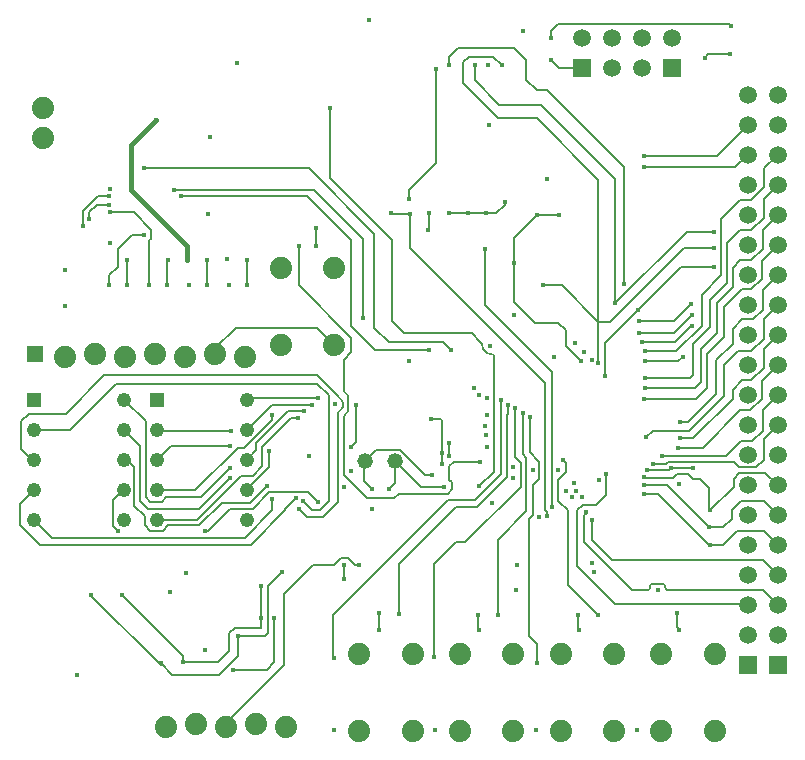
<source format=gbr>
%TF.GenerationSoftware,Novarm,DipTrace,3.2.0.1*%
%TF.CreationDate,2017-11-16T22:50:53-08:00*%
%FSLAX26Y26*%
%MOIN*%
%TF.FileFunction,Copper,L2,Inr*%
%TF.Part,Single*%
%AMOUTLINE6*
4,1,4,
0.026163,0.026163,
0.026205,-0.026121,
-0.026121,-0.026205,
-0.026163,0.026163,
0.026163,0.026163,
0*%
%TA.AperFunction,Conductor*%
%ADD14C,0.015748*%
%ADD18C,0.006*%
%TA.AperFunction,ComponentPad*%
%ADD24R,0.047992X0.047992*%
%ADD25C,0.048*%
%ADD30C,0.074*%
%ADD33C,0.052*%
%ADD41R,0.05937X0.05937*%
%ADD42C,0.05937*%
%ADD47R,0.059055X0.059055*%
%ADD48C,0.059055*%
%TA.AperFunction,ViaPad*%
%ADD49C,0.015*%
%TA.AperFunction,ComponentPad*%
%ADD106OUTLINE6*%
G75*
G01*
%LPD*%
X2500251Y1287749D2*
D18*
X2575251D1*
X2715875Y1147125D1*
X2762751D1*
X2790875Y1175249D1*
Y1203375D1*
X2822125Y1234625D1*
X2897125D1*
X2944000Y1187749D1*
X2162564Y1953375D2*
X2225156D1*
X2346920Y1831612D1*
Y2306562D1*
X2140692Y2512790D1*
X2012580D1*
X1896967Y2628403D1*
Y2697146D1*
X1915715Y2715894D1*
X1996957D1*
X2025079Y2687772D1*
X2731500Y2078375D2*
X2631180D1*
X2384416Y1831612D1*
X2346920D1*
Y1693795D2*
Y1831612D1*
X2497125Y1259625D2*
X2544000D1*
X2715875Y1087749D1*
X2719000D1*
X2762749D1*
X2809625Y1134625D1*
X2897125D1*
X2944000Y1087749D1*
X2731500Y2016034D2*
X2622285D1*
X2477881Y1871630D1*
X2369000Y1762749D1*
Y1650249D1*
X2431596Y1959529D2*
Y2346873D1*
X2175063Y2603406D1*
X2140692D1*
X2106320Y2637777D1*
Y2703395D1*
X2065699Y2744016D1*
X1878219D1*
X1850097Y2715894D1*
Y2687772D1*
X628375Y2150251D2*
Y2200251D1*
X678375Y2250251D1*
X715875D1*
X650249Y2175840D2*
Y2197123D1*
X675251Y2222125D1*
X715875D1*
X1790875Y1322125D2*
X1769000D1*
X1684625Y1406500D1*
X1606500D1*
X1569000Y1369000D1*
X1590752Y1275374D2*
X1565875Y1300251D1*
Y1365875D1*
X1569000Y1369000D1*
X850249Y1956501D2*
Y2103375D1*
X856500Y2109626D1*
Y2137749D1*
X797125Y2197125D1*
X719000D1*
X831500Y2122125D2*
X790874D1*
X744000Y2075251D1*
Y2015875D1*
X715875Y1987751D1*
Y1956501D1*
X931500Y2272125D2*
X1400251D1*
X1562751Y2109625D1*
Y1844000D1*
X1669000Y1369000D2*
Y1293999D1*
X1650251Y1275249D1*
X1831500Y1281500D2*
X1756500D1*
X1669000Y1369000D1*
X2189963Y2777475D2*
Y2802265D1*
X2212941Y2825243D1*
X2781751D1*
X2788001Y2818992D1*
X2784945Y2725251D2*
X2713012D1*
X2700492Y2712731D1*
X1365875Y1534625D2*
X1312749D1*
X1206500Y1428375D1*
Y1403374D1*
X1175251Y1372125D1*
X1344000Y1512749D2*
X1322125D1*
X1225251Y1415875D1*
Y1350251D1*
X1194000Y1319000D1*
X1156745D1*
X1009870Y1172125D1*
X875251D1*
X1259625Y1522125D2*
Y1506500D1*
X1165875Y1412751D1*
X1144235D1*
X1003609Y1272125D1*
X875251D1*
X1122125Y1469000D2*
X878375D1*
X875251Y1472125D1*
X1119076Y1418845D2*
X921971D1*
X875251Y1372125D1*
X1950251Y1284625D2*
X1997125Y1331499D1*
Y1722845D1*
G03X1986310Y1725466I-7556J-7555D01*
G01*
D3*
G02X1975496Y1728085I-3259J10176D01*
G01*
X1962060Y1741521D1*
G02X1959440Y1752336I7555J7556D01*
G01*
D3*
G03X1956820Y1763150I-10176J3259D01*
G01*
X1925970Y1794000D1*
X1700249D1*
X1659625Y1834625D1*
Y2106500D1*
X1453375Y2312749D1*
Y2544000D1*
X1128375Y672125D2*
X1240875D1*
X1265875Y697125D1*
Y844000D1*
X1522125Y1415875D2*
X1537751Y1431501D1*
Y1556500D1*
X1412751Y1578375D2*
X1175251D1*
Y1572125D1*
X1391761Y1556500D2*
X1259626D1*
X1175251Y1472125D1*
X1406500Y2144173D2*
Y2084731D1*
X908583Y1956501D2*
Y2033583D1*
X912751Y2037751D1*
X775251Y1956501D2*
Y2037749D1*
X1175249Y1956501D2*
Y2037749D1*
X1041916Y1956501D2*
Y2037751D1*
X1247125Y1400251D2*
Y1347125D1*
X1172125Y1272125D1*
X1175251D1*
X1119076Y1343837D2*
X1022364Y1247125D1*
X906500D1*
X890875Y1231500D1*
X853374D1*
X837749Y1247125D1*
Y1500251D1*
X765875Y1572125D1*
X1119076Y1312584D2*
X1016117Y1209625D1*
X844000D1*
X819000Y1234625D1*
Y1419000D1*
X765875Y1472125D1*
Y1372125D2*
X775249D1*
X800249Y1347125D1*
Y1219000D1*
X834625Y1184625D1*
Y1153375D1*
X853375Y1134625D1*
X894000D1*
X912751Y1153375D1*
X1015875D1*
X1090875Y1228375D1*
X1184626D1*
X1240875Y1284625D1*
X1259625Y1240875D2*
Y1203374D1*
X1169000Y1112749D1*
X525251D1*
X465875Y1172125D1*
X1337751Y1244000D2*
X1303375Y1209625D1*
Y1203374D1*
X1187751Y1087749D1*
X484626D1*
X419000Y1153375D1*
Y1225249D1*
X465875Y1272125D1*
X1362749Y1234626D2*
X1390875Y1206500D1*
X1419000D1*
X1447125Y1234625D1*
Y1587751D1*
X1409625Y1625251D1*
X737751D1*
X584625Y1472125D1*
X465875D1*
Y1372125D2*
X459625D1*
X422125Y1409625D1*
Y1500249D1*
X447125Y1525249D1*
X572123D1*
X700249Y1653375D1*
X1409625D1*
X1478375Y1584625D1*
G03X1486188Y1575125I9681J-1D01*
G01*
D3*
G02X1494000Y1565625I-1869J-9499D01*
G01*
Y1547249D1*
G02X1486188Y1537749I-9681J-1D01*
G01*
D3*
G03X1478375Y1528249I1866J-9497D01*
G01*
Y1231500D1*
X1428375Y1181500D1*
X1375249D1*
X1347125Y1209625D1*
X765875Y1272125D2*
X762751D1*
X728375Y1237749D1*
Y1150249D1*
X744000Y1134625D1*
X1034625D2*
X1044000D1*
X1119000Y1209625D1*
X1194000D1*
X1250251Y1265875D1*
X1378375D1*
X1412751Y1231500D1*
X2608320Y862749D2*
Y814055D1*
X2615875Y806500D1*
X2277071Y856500D2*
Y810929D1*
X2281500Y806500D1*
X1945822Y856500D2*
Y810929D1*
X1950251Y806500D1*
X1614571Y862749D2*
Y807804D1*
X1615875Y806500D1*
X1783311Y2194000D2*
Y2142685D1*
X1778375Y2137749D1*
X2306501Y1197125D2*
X2308063Y1195563D1*
X2300249Y1187749D1*
Y1097126D1*
X2459625Y937751D1*
X2509277D1*
G03X2518777Y947251I1J9499D01*
G01*
Y950328D1*
G02X2528277Y959828I9499J1D01*
G01*
X2559272D1*
G02X2568772Y950328I1J-9499D01*
G01*
Y947251D1*
G03X2578272Y937751I9499J-1D01*
G01*
X2893999D1*
X2944000Y887749D1*
X2325249Y1172125D2*
Y1103377D1*
X2390875Y1037751D1*
X2893999D1*
X2944000Y987749D1*
X2503375Y1700249D2*
X2612749D1*
X2628375Y1715875D1*
X2481500Y1834625D2*
X2600249D1*
X2656500Y1890875D1*
X2503375Y1734625D2*
X2606500D1*
X2690875Y1819000D1*
Y1922125D1*
X2756500Y1987749D1*
Y2175573D1*
X2818677Y2237751D1*
X2856500D1*
X2900249Y2281500D1*
Y2343999D1*
X2944000Y2387749D1*
X2190875Y1215875D2*
Y1665875D1*
X1969000Y1887751D1*
Y2075249D1*
X2490875Y1765875D2*
X2603375D1*
X2656500Y1819000D1*
X2659625D1*
X2481500Y1794000D2*
X2597125D1*
X2659625Y1856500D1*
X2503375Y1644000D2*
X2653374D1*
X2662749Y1653375D1*
Y1759625D1*
X2719000Y1815875D1*
Y1906499D1*
X2775251Y1962749D1*
Y2094000D1*
X2819000Y2137749D1*
X2856499D1*
X2897125Y2178375D1*
Y2240874D1*
X2944000Y2287749D1*
X2503375Y1612751D2*
X2669000D1*
X2687749Y1631500D1*
Y1740874D1*
X2740875Y1794000D1*
Y1894000D1*
X2794000Y1947125D1*
Y2012749D1*
X2819000Y2037749D1*
X2856499D1*
X2894000Y2075251D1*
Y2137749D1*
X2944000Y2187749D1*
X2497125Y1575249D2*
X2672123D1*
X2709625Y1612751D1*
Y1725249D1*
X2765875Y1781500D1*
Y1881501D1*
X2825249Y1940875D1*
X2856501D1*
X2890875Y1975249D1*
Y2034625D1*
X2944000Y2087749D1*
X2619000Y1497125D2*
X2644000D1*
X2737751Y1590875D1*
Y1703375D1*
X2794000Y1759625D1*
Y1809626D1*
X2825249Y1840875D1*
X2862751D1*
X2894000Y1872125D1*
Y1937749D1*
X2944000Y1987749D1*
X2506500Y1447125D2*
X2528375Y1469000D1*
X2650251D1*
X2765875Y1584625D1*
Y1687749D1*
X2812751Y1734625D1*
X2856499D1*
X2897125Y1775251D1*
Y1840874D1*
X2944000Y1887749D1*
X2619000Y1444000D2*
X2662751D1*
X2794000Y1575249D1*
Y1606500D1*
X2825249Y1637749D1*
X2856499D1*
X2897125Y1678375D1*
Y1740874D1*
X2944000Y1787749D1*
X2612751Y1412749D2*
X2694000D1*
X2819000Y1537749D1*
X2853375D1*
X2890875Y1575249D1*
Y1634625D1*
X2944000Y1687749D1*
X2559626Y1384625D2*
X2772125D1*
X2822125Y1434625D1*
X2859625D1*
X2894000Y1469000D1*
Y1537749D1*
X2944000Y1587749D1*
X956500Y2250251D2*
X1375249D1*
X1522125Y2103375D1*
Y1819000D1*
X1603374Y1737751D1*
X1781500D1*
X2372125Y1326529D2*
Y1256499D1*
X2337751Y1222125D1*
X2293999D1*
X2275249Y1203375D1*
Y1019001D1*
X2403375Y890875D1*
X2840874D1*
X2844000Y887749D1*
X2662988Y1344000D2*
X2589488D1*
X2509625Y1337749D2*
X2583238D1*
X2589488Y1344000D1*
X2500249Y2384625D2*
X2740875D1*
X2844000Y2487749D1*
X2498688Y1314312D2*
X2497125Y1315875D1*
X2718933Y1203375D2*
X2797125Y1281567D1*
Y1309625D1*
X2815875Y1328375D1*
X2903374D1*
X2944000Y1287749D1*
X2498688Y1314312D2*
Y1312916D1*
X2596894D1*
X2609392Y1325415D1*
X2646888D1*
X2662512Y1309791D1*
X2684385D1*
X2715631Y1278545D1*
Y1206677D1*
X2718933Y1203375D1*
X2731500Y2131500D2*
X2640875D1*
X2403375Y1894000D1*
Y2309475D1*
X2156315Y2556535D1*
X2015705D1*
X1934463Y2637777D1*
Y2687772D1*
X759625Y922125D2*
X962810Y718940D1*
Y697125D1*
X1078375D1*
X1115875Y734625D1*
Y794001D1*
X1134625Y812751D1*
X1222125D1*
Y844000D1*
Y950249D2*
Y844000D1*
X1500249Y1022125D2*
Y975251D1*
X2034625Y2231500D2*
Y2222125D1*
X2006500Y2194000D1*
X1972125D1*
X1912843D1*
X1850251D1*
X656500Y922125D2*
X653377D1*
X887749Y687752D1*
Y694000D1*
X925249Y656500D1*
X1081500D1*
X1144000Y719000D1*
Y784625D1*
X1234625D1*
X1244000Y794000D1*
Y950249D1*
X1290875Y997125D1*
X2022125Y1572125D2*
Y1325249D1*
X1934625Y1237749D1*
X1844000D1*
X1462749Y856500D1*
Y715875D1*
X1465875Y712749D1*
X2069000Y1544000D2*
Y1381500D1*
X2087749Y1362749D1*
Y1281500D1*
X1903375Y1097125D1*
X1872125D1*
X1800249Y1025249D1*
Y715875D1*
X2119000Y1515875D2*
Y1397125D1*
X2150249Y1365875D1*
Y1309623D1*
X2128375Y1287749D1*
Y1187749D1*
X2115875Y1175249D1*
Y784625D1*
X2140875Y759625D1*
Y694000D1*
X830909Y2344000D2*
X1381500D1*
X1600249Y2125251D1*
Y1812751D1*
X1647125Y1765875D1*
X1828375D1*
X1856500Y1737751D1*
X2290875Y2678375D2*
X2216043D1*
X2187938Y2706480D1*
X2528375Y1359625D2*
X2572125D1*
X2578375Y1365875D1*
X2797125D1*
X2815875Y1347125D1*
X2872125D1*
X2897125Y1372125D1*
Y1440874D1*
X2944000Y1487749D1*
X2500251Y2347125D2*
X2803375D1*
X2844000Y2387749D1*
X1847125Y1428375D2*
Y1384625D1*
X975251Y2037751D2*
D14*
Y2084625D1*
X787751Y2272125D1*
Y2422126D1*
X872125Y2506500D1*
X1825249Y1394000D2*
D18*
Y1503375D1*
X1819000Y1509625D1*
X1787751D1*
X1825249Y1359626D2*
Y1394000D1*
X2142356Y2187749D2*
X2215692D1*
X2065875Y2028097D2*
Y1897125D1*
X2134625Y1828375D1*
X2212671D1*
X2237556Y1803490D1*
Y1750444D1*
X2287749Y1700251D1*
X2065875Y2028097D2*
Y2111269D1*
X2142356Y2187749D1*
X1106596Y481247D2*
X1094000Y468651D1*
Y484625D1*
X1297125Y687749D1*
Y925249D1*
X1394000Y1022125D1*
X1465875D1*
X1487751Y1044000D1*
X1512751D1*
X1534625Y1022125D1*
X1550249D1*
X2044000Y1553375D2*
Y1525249D1*
X2040875Y1522125D1*
Y1315875D1*
X1940875Y1215875D1*
X1872125D1*
X1681500Y1025249D1*
Y859625D1*
X2094000Y1528375D2*
Y1390874D1*
X2106500Y1378374D1*
Y1200249D1*
X2012751Y1106500D1*
Y856500D1*
X2228375Y1372125D2*
X2237749Y1362751D1*
Y1331500D1*
X2212749Y1306500D1*
Y1234625D1*
X2244000Y1203375D1*
Y956500D1*
X2344000Y856500D1*
X1069000Y1725249D2*
Y1744000D1*
X1137749Y1812749D1*
X1409500D1*
X1465749Y1756500D1*
X1953352Y1365899D2*
X1865899D1*
X1850251Y1350251D1*
Y1306499D1*
X1859625Y1297125D1*
Y1275249D1*
X1844000Y1259625D1*
X1681500D1*
X1665875Y1244000D1*
X1575249D1*
X1497125Y1322125D1*
Y1515749D1*
G02X1504937Y1525249I9679J3D01*
G01*
D3*
G03X1512749Y1534749I-1869J9499D01*
G01*
Y1584500D1*
G03X1504937Y1594000I-9681J1D01*
G01*
D3*
G02X1497125Y1603500I1869J9499D01*
G01*
Y1706500D1*
X1522125Y1731500D1*
Y1778375D1*
X1347125Y1953375D1*
Y2084822D1*
X1718991Y2192178D2*
X1658322D1*
X1656500Y2194000D1*
X1715875Y2240875D2*
Y2272126D1*
X1806500Y2362751D1*
Y2675249D1*
X2175249Y1184625D2*
Y1197126D1*
X2169000Y1203375D1*
Y1628375D1*
X1718991Y2078385D1*
Y2192178D1*
D49*
X1141539Y2694000D3*
X1581375Y2837756D3*
X1978209Y2687772D3*
X2096946Y2800260D3*
X1115799Y1956598D3*
X982861Y1956501D3*
X569000Y1884625D3*
D3*
X568982Y2003469D3*
X1469911Y1557411D3*
X1715736Y1700375D3*
X1469911Y1557411D3*
X1984458Y1750370D3*
X1715736Y1700375D3*
X2065699Y1853484D3*
X2267178Y1762751D3*
X2073274Y937955D3*
X2475031Y470399D3*
X2140144Y470836D3*
X1465073D3*
X1802609D3*
X1036449Y737749D3*
X918945Y931706D3*
X1381919Y1385306D3*
X1469911Y1557411D3*
X1590749Y1206677D3*
X1381919Y1385306D3*
X2543774Y937955D3*
X1981333Y2487793D3*
X2175063Y2309686D3*
X2615642Y1291043D3*
X1051764Y2448755D3*
X1044877Y2193123D3*
X2500251Y1287749D3*
X2715875Y1147125D3*
X2162564Y1953375D3*
X2025079Y2687772D3*
X2731500Y2078375D3*
X2346920Y1693795D3*
X2497125Y1259625D3*
X2719000Y1087749D3*
X2731500Y2016034D3*
X2369000Y1650249D3*
X2477881Y1871630D3*
X1850097Y2687772D3*
X2431596Y1959529D3*
X628375Y2150251D3*
X715875Y2250251D3*
X650249Y2175840D3*
X715875Y2222125D3*
X1790875Y1322125D3*
X1590752Y1275374D3*
X850249Y1956501D3*
X719000Y2197125D3*
Y2275249D3*
X831500Y2122125D3*
X715875Y1956501D3*
X931500Y2272125D3*
X1562751Y1844000D3*
X1650251Y1275249D3*
X1831500Y1281500D3*
X2189963Y2777475D3*
X2788001Y2818992D3*
X2784945Y2725251D3*
X2700492Y2712731D3*
X1365875Y1534625D3*
X1344000Y1512749D3*
X1259625Y1522125D3*
X1122125Y1469000D3*
X1119076Y1418845D3*
X1950251Y1284625D3*
X1453375Y2544000D3*
X1128375Y672125D3*
X1265875Y844000D3*
X1522125Y1415875D3*
X1537751Y1556500D3*
X1412751Y1578375D3*
X1391761Y1556500D3*
X1406500Y2144173D3*
Y2084731D3*
X908583Y1956501D3*
X912751Y2037751D3*
X775251Y1956501D3*
Y2037749D3*
X1175249Y1956501D3*
Y2037749D3*
X1041916Y1956501D3*
Y2037751D3*
X1247125Y1400251D3*
X1119076Y1343837D3*
Y1312584D3*
X1240875Y1284625D3*
X1259625Y1240875D3*
X1337751Y1244000D3*
X1362749Y1234626D3*
X1347125Y1209625D3*
X744000Y1134625D3*
X1034625D3*
X1412751Y1231500D3*
X2608320Y862749D3*
X2615875Y806500D3*
X2277071Y856500D3*
X2281500Y806500D3*
X1945822Y856500D3*
X1950251Y806500D3*
X1614571Y862749D3*
X1615875Y806500D3*
X1783311Y2194000D3*
X1778375Y2137749D3*
X2306501Y1197125D3*
X2325249Y1172125D3*
X2350251Y1306500D3*
X2503375Y1700249D3*
X2628375Y1715875D3*
X971455Y995181D3*
X1975249Y1415875D3*
X1972125Y1456500D3*
X2481500Y1834625D3*
X2656500Y1890875D3*
X1991441Y1227810D3*
X2128375Y1337751D3*
X2212749Y1337749D3*
X2265875Y1294000D3*
X2237749Y1269000D3*
X2259625Y1247125D3*
X2150251Y1181500D3*
X2503375Y1734625D3*
X2190875Y1215875D3*
X1969000Y2075249D3*
X2290875Y1247125D3*
X2272125Y1269000D3*
X2062749Y1312751D3*
X2490875Y1765875D3*
X2659625Y1819000D3*
X2062751Y1347125D3*
X2481500Y1794000D3*
X2659625Y1856500D3*
X2503375Y1644000D3*
Y1612751D3*
X2497125Y1575249D3*
X2619000Y1497125D3*
X2506500Y1447125D3*
X2619000Y1444000D3*
X2612751Y1412749D3*
X2559626Y1384625D3*
X956500Y2250251D3*
X1781500Y1737751D3*
X2372125Y1326529D3*
X2662988Y1344000D3*
X2589488D3*
X2509625Y1337749D3*
X2197125Y1715875D3*
X2500249Y2384625D3*
X2498688Y1314312D3*
X2718933Y1203375D3*
X2498688Y1314312D3*
X2718933Y1203375D3*
X2731500Y2131500D3*
X2403375Y1894000D3*
X2325249Y1703374D3*
X2403375Y1894000D3*
X1934463Y2687772D3*
X759625Y922125D3*
X962810Y697125D3*
X1222125Y844000D3*
X2331500Y997125D3*
X1222125Y950249D3*
X1500249Y1281500D3*
Y1022125D3*
Y975251D3*
X2331500Y997125D3*
X2034625Y2231500D3*
X1972125Y2194000D3*
X1850251D3*
X1912843D3*
X656500Y922125D3*
X887749Y694000D3*
X1144000Y784625D3*
X1290875Y997125D3*
X2325249Y1028375D3*
X1522125Y1335560D3*
X2022125Y1572125D3*
X1465875Y712749D3*
X2069000Y1544000D3*
X1800249Y715875D3*
X2119000Y1515875D3*
X2140875Y694000D3*
X1969000Y1484625D3*
X1947125Y1587751D3*
X1931500Y1612749D3*
X1975249Y1578374D3*
Y1522125D3*
X830909Y2344000D3*
X1856500Y1737751D3*
X2187938Y2706480D3*
X2528375Y1359625D3*
D3*
X2300249Y1731500D3*
X2500251Y2347125D3*
X1847125Y1428375D3*
Y1384625D3*
X719000Y2094000D3*
X1109625Y2040875D3*
X975251Y2037751D3*
X872125Y2506500D3*
X1825249Y1394000D3*
X1787751Y1509625D3*
X1825249Y1359626D3*
Y1394000D3*
X2142356Y2187749D3*
X2215692D3*
X2065875Y2028097D3*
X2287749Y1700251D3*
X2065875Y2028097D3*
X2142356Y2187749D3*
X609625Y656528D3*
X1550249Y1022125D3*
X2075251D3*
X2044000Y1553375D3*
X1681500Y859625D3*
X2094000Y1528375D3*
X2012751Y856500D3*
X2228375Y1372125D3*
X2344000Y856500D3*
X1953352Y1365899D3*
X1347125Y2084822D3*
X1718991Y2192178D3*
X1656500Y2194000D3*
X1715875Y2240875D3*
X1806500Y2675249D3*
X2175249Y1184625D3*
X1718991Y2192178D3*
D24*
X875251Y1572125D3*
D25*
Y1472125D3*
Y1372125D3*
Y1272125D3*
Y1172125D3*
X1175251D3*
Y1272125D3*
Y1372125D3*
Y1472125D3*
Y1572125D3*
D24*
X465875D3*
D25*
Y1472125D3*
Y1372125D3*
Y1272125D3*
Y1172125D3*
X765875D3*
Y1272125D3*
Y1372125D3*
Y1472125D3*
Y1572125D3*
D30*
X494000Y2444000D3*
Y2544000D3*
D106*
X469000Y1725249D3*
D30*
X569000Y1715249D3*
X669000Y1725249D3*
X769000Y1715249D3*
X869000Y1725249D3*
X969000Y1715249D3*
X1069000Y1725249D3*
X1169000Y1715249D3*
D33*
X1569000Y1369000D3*
X1669000D3*
D30*
X1287749Y1756500D3*
Y2012500D3*
X1465749Y1756500D3*
Y2012500D3*
X1550249Y469000D3*
Y725000D3*
X1728249Y469000D3*
Y725000D3*
X1885667Y469000D3*
Y725000D3*
X2063667Y469000D3*
Y725000D3*
X2221083Y469000D3*
Y725000D3*
X2399083Y469000D3*
Y725000D3*
X2556500Y469000D3*
Y725000D3*
X2734500Y469000D3*
Y725000D3*
D41*
X2590875Y2678375D3*
D42*
Y2778375D3*
X2490875Y2678375D3*
Y2778375D3*
X2390875Y2678375D3*
Y2778375D3*
D41*
X2290875Y2678375D3*
D42*
Y2778375D3*
D47*
X2844000Y687749D3*
D48*
Y787749D3*
Y887749D3*
Y987749D3*
Y1087749D3*
Y1187749D3*
Y1287749D3*
Y1387749D3*
Y1487749D3*
Y1587749D3*
Y1687749D3*
Y1787749D3*
Y1887749D3*
Y1987749D3*
Y2087749D3*
Y2187749D3*
Y2287749D3*
Y2387749D3*
Y2487749D3*
Y2587749D3*
D47*
X2944000Y687749D3*
D48*
Y787749D3*
Y887749D3*
Y987749D3*
Y1087749D3*
Y1187749D3*
Y1287749D3*
Y1387749D3*
Y1487749D3*
Y1587749D3*
Y1687749D3*
Y1787749D3*
Y1887749D3*
Y1987749D3*
Y2087749D3*
Y2187749D3*
Y2287749D3*
Y2387749D3*
Y2487749D3*
Y2587749D3*
D30*
X1306596Y481247D3*
X1206596Y491247D3*
X1106596Y481247D3*
X1006596Y491247D3*
X906596Y481247D3*
M02*

</source>
